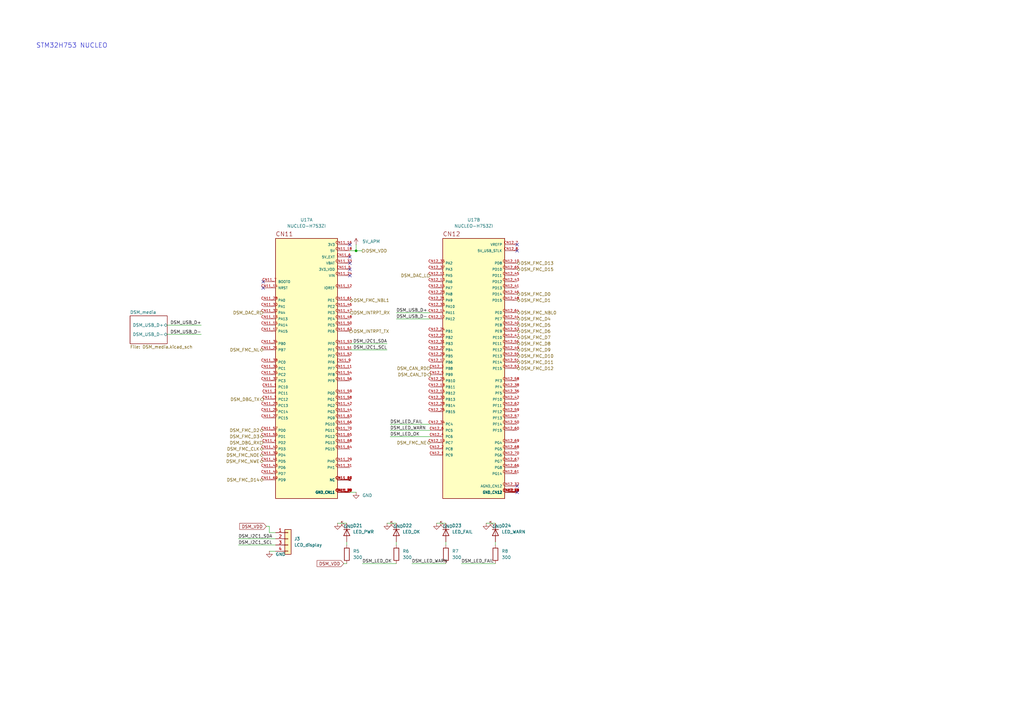
<source format=kicad_sch>
(kicad_sch (version 20250114) (generator "eeschema") (generator_version "9.0")
  (paper "A3")
  (title_block (date "2025-06") (rev "2"))
  (lib_symbols
    (symbol "Connector_Generic:Conn_01x04" (pin_names (offset 1.016) (hide yes))
      (property "Reference" "J" (at 0 5.08 0))
      (property "Value" "Conn_01x04" (at 0 -7.62 0))
      (symbol "Conn_01x04_1_1"
        (rectangle (start -1.27 3.81) (end 1.27 -6.35) (stroke (width 0.254)) (fill (type background)))
        (rectangle (start -1.27 2.667) (end 0 2.413) (stroke (width 0.1524)))
        (rectangle (start -1.27 0.127) (end 0 -0.127) (stroke (width 0.1524)))
        (rectangle (start -1.27 -2.413) (end 0 -2.667) (stroke (width 0.1524)))
        (rectangle (start -1.27 -4.953) (end 0 -5.207) (stroke (width 0.1524)))
        (pin passive line (at -5.08 2.54 0) (length 3.81) (name "Pin_1") (number "1"))
        (pin passive line (at -5.08 0 0) (length 3.81) (name "Pin_2") (number "2"))
        (pin passive line (at -5.08 -2.54 0) (length 3.81) (name "Pin_3") (number "3"))
        (pin passive line (at -5.08 -5.08 0) (length 3.81) (name "Pin_4") (number "4"))
      )
    )
    (symbol "Device:LED" (pin_numbers (hide yes)) (pin_names (offset 1.016) (hide yes))
      (property "Reference" "D" (at 0 2.54 0))
      (property "Value" "LED" (at 0 -2.54 0))
      (symbol "LED_0_1"
        (polyline (pts (xy -3.048 -0.762) (xy -4.572 -2.286) (xy -3.81 -2.286) (xy -4.572 -2.286) (xy -4.572 -1.524)))
        (polyline (pts (xy -1.778 -0.762) (xy -3.302 -2.286) (xy -2.54 -2.286) (xy -3.302 -2.286) (xy -3.302 -1.524)))
        (polyline (pts (xy -1.27 0) (xy 1.27 0)))
        (polyline (pts (xy -1.27 -1.27) (xy -1.27 1.27)) (stroke (width 0.254)))
        (polyline (pts (xy 1.27 -1.27) (xy 1.27 1.27) (xy -1.27 0) (xy 1.27 -1.27)) (stroke (width 0.254)))
      )
      (symbol "LED_1_1"
        (pin passive line (at -3.81 0 0) (length 2.54) (name "K") (number "1"))
        (pin passive line (at 3.81 0 180) (length 2.54) (name "A") (number "2"))
      )
    )
    (symbol "Device:R" (pin_numbers (hide yes)) (pin_names (offset 0))
      (property "Reference" "R" (at 2.032 0 90))
      (property "Value" "R" (at 0 0 90))
      (symbol "R_0_1"
        (rectangle (start -1.016 -2.54) (end 1.016 2.54) (stroke (width 0.254)))
      )
      (symbol "R_1_1"
        (pin passive line (at 0 3.81 270) (length 1.27) (name "~") (number "1"))
        (pin passive line (at 0 -3.81 90) (length 1.27) (name "~") (number "2"))
      )
    )
    (symbol "NUCLEO-H753ZI:NUCLEO-H753ZI" (pin_names (offset 1.016))
      (property "Reference" "U" (at -12.7 57.15 0))
      (property "Value" "NUCLEO-H753ZI" (at -12.7 -54.61 0))
      (symbol "NUCLEO-H753ZI_1_0"
        (rectangle (start -12.7 -53.34) (end 12.7 53.34) (stroke (width 0.254)) (fill (type background)))
        (text "CN11" (at -12.7 54.102 0) (effects (font (size 1.778 1.778)) (justify left bottom)))
        (pin input line (at -17.78 35.56 0) (length 5.08) (name "BOOT0") (number "CN11_7"))
        (pin input line (at -17.78 33.02 0) (length 5.08) (name "NRST") (number "CN11_14"))
        (pin bidirectional line (at -17.78 27.94 0) (length 5.08) (name "PA0") (number "CN11_28"))
        (pin bidirectional line (at -17.78 25.4 0) (length 5.08) (name "PA1") (number "CN11_30"))
        (pin bidirectional line (at -17.78 22.86 0) (length 5.08) (name "PA4") (number "CN11_32"))
        (pin bidirectional line (at -17.78 20.32 0) (length 5.08) (name "PA13") (number "CN11_13"))
        (pin bidirectional line (at -17.78 17.78 0) (length 5.08) (name "PA14") (number "CN11_15"))
        (pin bidirectional line (at -17.78 15.24 0) (length 5.08) (name "PA15") (number "CN11_17"))
        (pin bidirectional line (at -17.78 10.16 0) (length 5.08) (name "PB0") (number "CN11_34"))
        (pin bidirectional line (at -17.78 7.62 0) (length 5.08) (name "PB7") (number "CN11_21"))
        (pin bidirectional line (at -17.78 2.54 0) (length 5.08) (name "PC0") (number "CN11_38"))
        (pin bidirectional line (at -17.78 0 0) (length 5.08) (name "PC1") (number "CN11_36"))
        (pin bidirectional line (at -17.78 -2.54 0) (length 5.08) (name "PC2") (number "CN11_35"))
        (pin bidirectional line (at -17.78 -5.08 0) (length 5.08) (name "PC3") (number "CN11_37"))
        (pin bidirectional line (at -17.78 -7.62 0) (length 5.08) (name "PC10") (number "CN11_1"))
        (pin bidirectional line (at -17.78 -10.16 0) (length 5.08) (name "PC11") (number "CN11_2"))
        (pin bidirectional line (at -17.78 -12.7 0) (length 5.08) (name "PC12") (number "CN11_3"))
        (pin bidirectional line (at -17.78 -15.24 0) (length 5.08) (name "PC13") (number "CN11_23"))
        (pin bidirectional line (at -17.78 -17.78 0) (length 5.08) (name "PC14") (number "CN11_25"))
        (pin bidirectional line (at -17.78 -20.32 0) (length 5.08) (name "PC15") (number "CN11_27"))
        (pin bidirectional line (at -17.78 -25.4 0) (length 5.08) (name "PD0") (number "CN11_57"))
        (pin bidirectional line (at -17.78 -27.94 0) (length 5.08) (name "PD1") (number "CN11_55"))
        (pin bidirectional line (at -17.78 -30.48 0) (length 5.08) (name "PD2") (number "CN11_4"))
        (pin bidirectional line (at -17.78 -33.02 0) (length 5.08) (name "PD3") (number "CN11_40"))
        (pin bidirectional line (at -17.78 -35.56 0) (length 5.08) (name "PD4") (number "CN11_39"))
        (pin bidirectional line (at -17.78 -38.1 0) (length 5.08) (name "PD5") (number "CN11_41"))
        (pin bidirectional line (at -17.78 -40.64 0) (length 5.08) (name "PD6") (number "CN11_43"))
        (pin bidirectional line (at -17.78 -43.18 0) (length 5.08) (name "PD7") (number "CN11_45"))
        (pin bidirectional line (at -17.78 -45.72 0) (length 5.08) (name "PD9") (number "CN11_69"))
        (pin power_in line (at 17.78 50.8 180) (length 5.08) (name "3V3") (number "CN11_16"))
        (pin power_in line (at 17.78 48.26 180) (length 5.08) (name "5V") (number "CN11_18"))
        (pin power_in line (at 17.78 45.72 180) (length 5.08) (name "5V_EXT") (number "CN11_6"))
        (pin power_in line (at 17.78 43.18 180) (length 5.08) (name "VBAT") (number "CN11_33"))
        (pin power_in line (at 17.78 40.64 180) (length 5.08) (name "3V3_VDD") (number "CN11_5"))
        (pin power_in line (at 17.78 38.1 180) (length 5.08) (name "VIN") (number "CN11_24"))
        (pin bidirectional line (at 17.78 33.02 180) (length 5.08) (name "IOREF") (number "CN11_12"))
        (pin bidirectional line (at 17.78 27.94 180) (length 5.08) (name "PE1") (number "CN11_61"))
        (pin bidirectional line (at 17.78 25.4 180) (length 5.08) (name "PE2") (number "CN11_46"))
        (pin bidirectional line (at 17.78 22.86 180) (length 5.08) (name "PE3") (number "CN11_47"))
        (pin bidirectional line (at 17.78 20.32 180) (length 5.08) (name "PE4") (number "CN11_48"))
        (pin bidirectional line (at 17.78 17.78 180) (length 5.08) (name "PE5") (number "CN11_50"))
        (pin bidirectional line (at 17.78 15.24 180) (length 5.08) (name "PE6") (number "CN11_62"))
        (pin bidirectional line (at 17.78 10.16 180) (length 5.08) (name "PF0") (number "CN11_53"))
        (pin bidirectional line (at 17.78 7.62 180) (length 5.08) (name "PF1") (number "CN11_51"))
        (pin bidirectional line (at 17.78 5.08 180) (length 5.08) (name "PF2") (number "CN11_52"))
        (pin bidirectional line (at 17.78 2.54 180) (length 5.08) (name "PF6") (number "CN11_9"))
        (pin bidirectional line (at 17.78 0 180) (length 5.08) (name "PF7") (number "CN11_11"))
        (pin bidirectional line (at 17.78 -2.54 180) (length 5.08) (name "PF8") (number "CN11_54"))
        (pin bidirectional line (at 17.78 -5.08 180) (length 5.08) (name "PF9") (number "CN11_56"))
        (pin bidirectional line (at 17.78 -10.16 180) (length 5.08) (name "PG0") (number "CN11_59"))
        (pin bidirectional line (at 17.78 -12.7 180) (length 5.08) (name "PG1") (number "CN11_58"))
        (pin bidirectional line (at 17.78 -15.24 180) (length 5.08) (name "PG2") (number "CN11_42"))
        (pin bidirectional line (at 17.78 -17.78 180) (length 5.08) (name "PG3") (number "CN11_44"))
        (pin bidirectional line (at 17.78 -20.32 180) (length 5.08) (name "PG9") (number "CN11_63"))
        (pin bidirectional line (at 17.78 -22.86 180) (length 5.08) (name "PG10") (number "CN11_66"))
        (pin bidirectional line (at 17.78 -25.4 180) (length 5.08) (name "PG11") (number "CN11_70"))
        (pin bidirectional line (at 17.78 -27.94 180) (length 5.08) (name "PG12") (number "CN11_65"))
        (pin bidirectional line (at 17.78 -30.48 180) (length 5.08) (name "PG13") (number "CN11_68"))
        (pin bidirectional line (at 17.78 -33.02 180) (length 5.08) (name "PG15") (number "CN11_64"))
        (pin bidirectional line (at 17.78 -38.1 180) (length 5.08) (name "PH0") (number "CN11_29"))
        (pin bidirectional line (at 17.78 -40.64 180) (length 5.08) (name "PH1") (number "CN11_31"))
        (pin no_connect line (at 17.78 -45.72 180) (length 5.08) (name "NC") (number "CN11_10"))
        (pin no_connect line (at 17.78 -45.72 180) (length 5.08) (name "NC") (number "CN11_26"))
        (pin no_connect line (at 17.78 -45.72 180) (length 5.08) (name "NC") (number "CN11_67"))
        (pin power_in line (at 17.78 -50.8 180) (length 5.08) (name "GND_CN11") (number "CN11_19"))
        (pin power_in line (at 17.78 -50.8 180) (length 5.08) (name "GND_CN11") (number "CN11_20"))
        (pin power_in line (at 17.78 -50.8 180) (length 5.08) (name "GND_CN11") (number "CN11_22"))
        (pin power_in line (at 17.78 -50.8 180) (length 5.08) (name "GND_CN11") (number "CN11_49"))
        (pin power_in line (at 17.78 -50.8 180) (length 5.08) (name "GND_CN11") (number "CN11_60"))
        (pin power_in line (at 17.78 -50.8 180) (length 5.08) (name "GND_CN11") (number "CN11_71"))
        (pin power_in line (at 17.78 -50.8 180) (length 5.08) (name "GND_CN11") (number "CN11_72"))
        (pin power_in line (at 17.78 -50.8 180) (length 5.08) (name "GND_CN11") (number "CN11_8"))
      )
      (symbol "NUCLEO-H753ZI_2_0"
        (rectangle (start -12.7 -53.34) (end 12.7 53.34) (stroke (width 0.254)) (fill (type background)))
        (text "CN12" (at -12.7 54.102 0) (effects (font (size 1.778 1.778)) (justify left bottom)))
        (pin bidirectional line (at -17.78 43.18 0) (length 5.08) (name "PA2") (number "CN12_35"))
        (pin bidirectional line (at -17.78 40.64 0) (length 5.08) (name "PA3") (number "CN12_37"))
        (pin bidirectional line (at -17.78 38.1 0) (length 5.08) (name "PA5") (number "CN12_11"))
        (pin bidirectional line (at -17.78 35.56 0) (length 5.08) (name "PA6") (number "CN12_13"))
        (pin bidirectional line (at -17.78 33.02 0) (length 5.08) (name "PA7") (number "CN12_15"))
        (pin bidirectional line (at -17.78 30.48 0) (length 5.08) (name "PA8") (number "CN12_23"))
        (pin bidirectional line (at -17.78 27.94 0) (length 5.08) (name "PA9") (number "CN12_21"))
        (pin bidirectional line (at -17.78 25.4 0) (length 5.08) (name "PA10") (number "CN12_33"))
        (pin bidirectional line (at -17.78 22.86 0) (length 5.08) (name "PA11") (number "CN12_14"))
        (pin bidirectional line (at -17.78 20.32 0) (length 5.08) (name "PA12") (number "CN12_12"))
        (pin bidirectional line (at -17.78 15.24 0) (length 5.08) (name "PB1") (number "CN12_24"))
        (pin bidirectional line (at -17.78 12.7 0) (length 5.08) (name "PB2") (number "CN12_22"))
        (pin bidirectional line (at -17.78 10.16 0) (length 5.08) (name "PB3") (number "CN12_31"))
        (pin bidirectional line (at -17.78 7.62 0) (length 5.08) (name "PB4") (number "CN12_27"))
        (pin bidirectional line (at -17.78 5.08 0) (length 5.08) (name "PB5") (number "CN12_29"))
        (pin bidirectional line (at -17.78 2.54 0) (length 5.08) (name "PB6") (number "CN12_17"))
        (pin bidirectional line (at -17.78 0 0) (length 5.08) (name "PB8") (number "CN12_3"))
        (pin bidirectional line (at -17.78 -2.54 0) (length 5.08) (name "PB9") (number "CN12_5"))
        (pin bidirectional line (at -17.78 -5.08 0) (length 5.08) (name "PB10") (number "CN12_25"))
        (pin bidirectional line (at -17.78 -7.62 0) (length 5.08) (name "PB11") (number "CN12_18"))
        (pin bidirectional line (at -17.78 -10.16 0) (length 5.08) (name "PB12") (number "CN12_16"))
        (pin bidirectional line (at -17.78 -12.7 0) (length 5.08) (name "PB13") (number "CN12_30"))
        (pin bidirectional line (at -17.78 -15.24 0) (length 5.08) (name "PB14") (number "CN12_28"))
        (pin bidirectional line (at -17.78 -17.78 0) (length 5.08) (name "PB15") (number "CN12_26"))
        (pin bidirectional line (at -17.78 -22.86 0) (length 5.08) (name "PC4") (number "CN12_34"))
        (pin bidirectional line (at -17.78 -25.4 0) (length 5.08) (name "PC5") (number "CN12_6"))
        (pin bidirectional line (at -17.78 -27.94 0) (length 5.08) (name "PC6") (number "CN12_4"))
        (pin bidirectional line (at -17.78 -30.48 0) (length 5.08) (name "PC7") (number "CN12_19"))
        (pin bidirectional line (at -17.78 -33.02 0) (length 5.08) (name "PC8") (number "CN12_2"))
        (pin bidirectional line (at -17.78 -35.56 0) (length 5.08) (name "PC9") (number "CN12_1"))
        (pin power_in line (at 17.78 50.8 180) (length 5.08) (name "VREFP") (number "CN12_7"))
        (pin power_in line (at 17.78 48.26 180) (length 5.08) (name "5V_USB_STLK") (number "CN12_8"))
        (pin bidirectional line (at 17.78 43.18 180) (length 5.08) (name "PD8") (number "CN12_10"))
        (pin bidirectional line (at 17.78 40.64 180) (length 5.08) (name "PD10") (number "CN12_65"))
        (pin bidirectional line (at 17.78 38.1 180) (length 5.08) (name "PD11") (number "CN12_45"))
        (pin bidirectional line (at 17.78 35.56 180) (length 5.08) (name "PD12") (number "CN12_43"))
        (pin bidirectional line (at 17.78 33.02 180) (length 5.08) (name "PD13") (number "CN12_41"))
        (pin bidirectional line (at 17.78 30.48 180) (length 5.08) (name "PD14") (number "CN12_46"))
        (pin bidirectional line (at 17.78 27.94 180) (length 5.08) (name "PD15") (number "CN12_48"))
        (pin bidirectional line (at 17.78 22.86 180) (length 5.08) (name "PE0") (number "CN12_64"))
        (pin bidirectional line (at 17.78 20.32 180) (length 5.08) (name "PE7") (number "CN12_44"))
        (pin bidirectional line (at 17.78 17.78 180) (length 5.08) (name "PE8") (number "CN12_40"))
        (pin bidirectional line (at 17.78 15.24 180) (length 5.08) (name "PE9") (number "CN12_52"))
        (pin bidirectional line (at 17.78 12.7 180) (length 5.08) (name "PE10") (number "CN12_47"))
        (pin bidirectional line (at 17.78 10.16 180) (length 5.08) (name "PE11") (number "CN12_56"))
        (pin bidirectional line (at 17.78 7.62 180) (length 5.08) (name "PE12") (number "CN12_49"))
        (pin bidirectional line (at 17.78 5.08 180) (length 5.08) (name "PE13") (number "CN12_55"))
        (pin bidirectional line (at 17.78 2.54 180) (length 5.08) (name "PE14") (number "CN12_51"))
        (pin bidirectional line (at 17.78 0 180) (length 5.08) (name "PE15") (number "CN12_53"))
        (pin bidirectional line (at 17.78 -5.08 180) (length 5.08) (name "PF3") (number "CN12_58"))
        (pin bidirectional line (at 17.78 -7.62 180) (length 5.08) (name "PF4") (number "CN12_38"))
        (pin bidirectional line (at 17.78 -10.16 180) (length 5.08) (name "PF5") (number "CN12_36"))
        (pin bidirectional line (at 17.78 -12.7 180) (length 5.08) (name "PF10") (number "CN12_42"))
        (pin bidirectional line (at 17.78 -15.24 180) (length 5.08) (name "PF11") (number "CN12_62"))
        (pin bidirectional line (at 17.78 -17.78 180) (length 5.08) (name "PF12") (number "CN12_59"))
        (pin bidirectional line (at 17.78 -20.32 180) (length 5.08) (name "PF13") (number "CN12_57"))
        (pin bidirectional line (at 17.78 -22.86 180) (length 5.08) (name "PF14") (number "CN12_50"))
        (pin bidirectional line (at 17.78 -25.4 180) (length 5.08) (name "PF15") (number "CN12_60"))
        (pin bidirectional line (at 17.78 -30.48 180) (length 5.08) (name "PG4") (number "CN12_69"))
        (pin bidirectional line (at 17.78 -33.02 180) (length 5.08) (name "PG5") (number "CN12_68"))
        (pin bidirectional line (at 17.78 -35.56 180) (length 5.08) (name "PG6") (number "CN12_70"))
        (pin bidirectional line (at 17.78 -38.1 180) (length 5.08) (name "PG7") (number "CN12_67"))
        (pin bidirectional line (at 17.78 -40.64 180) (length 5.08) (name "PG8") (number "CN12_66"))
        (pin bidirectional line (at 17.78 -43.18 180) (length 5.08) (name "PG14") (number "CN12_61"))
        (pin power_in line (at 17.78 -48.26 180) (length 5.08) (name "AGND_CN12") (number "CN12_32"))
        (pin power_in line (at 17.78 -50.8 180) (length 5.08) (name "GND_CN12") (number "CN12_20"))
        (pin power_in line (at 17.78 -50.8 180) (length 5.08) (name "GND_CN12") (number "CN12_39"))
        (pin power_in line (at 17.78 -50.8 180) (length 5.08) (name "GND_CN12") (number "CN12_54"))
        (pin power_in line (at 17.78 -50.8 180) (length 5.08) (name "GND_CN12") (number "CN12_63"))
        (pin power_in line (at 17.78 -50.8 180) (length 5.08) (name "GND_CN12") (number "CN12_71"))
        (pin power_in line (at 17.78 -50.8 180) (length 5.08) (name "GND_CN12") (number "CN12_72"))
        (pin power_in line (at 17.78 -50.8 180) (length 5.08) (name "GND_CN12") (number "CN12_9"))
      )
      (symbol "NUCLEO-H753ZI_3_0"
        (rectangle (start -27.94 -20.32) (end 27.94 20.32) (stroke (width 0.254)) (fill (type background)))
        (text "CN8" (at -27.94 21.082 0) (effects (font (size 1.778 1.778)) (justify left bottom)))
        (pin input line (at -33.02 7.62 0) (length 5.08) (name "NRST_CN8") (number "CN8_5"))
        (pin bidirectional line (at -33.02 2.54 0) (length 5.08) (name "D43/SDMMC_D0") (number "CN8_2"))
        (pin bidirectional line (at -33.02 0 0) (length 5.08) (name "D44/SDMMC_D1/I2S_A_CKIN") (number "CN8_4"))
        (pin bidirectional line (at -33.02 -2.54 0) (length 5.08) (name "D45/SDMMC_D2") (number "CN8_6"))
        (pin bidirectional line (at -33.02 -5.08 0) (length 5.08) (name "D46/SDMMC_D3") (number "CN8_8"))
        (pin bidirectional line (at -33.02 -7.62 0) (length 5.08) (name "D47/SDMMC_CK") (number "CN8_10"))
        (pin bidirectional line (at -33.02 -10.16 0) (length 5.08) (name "D48/SDMMC_CMD") (number "CN8_12"))
        (pin no_connect line (at -33.02 -15.24 0) (length 5.08) (name "NC_CN8") (number "CN8_1"))
        (pin power_in line (at 33.02 17.78 180) (length 5.08) (name "VIN_CN8") (number "CN8_15"))
        (pin power_in line (at 33.02 15.24 180) (length 5.08) (name "5V_CN8") (number "CN8_9"))
        (pin power_in line (at 33.02 12.7 180) (length 5.08) (name "3V3_CN8") (number "CN8_7"))
        (pin bidirectional line (at 33.02 7.62 180) (length 5.08) (name "IOREF_CN8") (number "CN8_3"))
        (pin bidirectional line (at 33.02 0 180) (length 5.08) (name "D50/IO") (number "CN8_16"))
        (pin bidirectional line (at 33.02 -2.54 180) (length 5.08) (name "D49/IO") (number "CN8_14"))
        (pin power_in line (at 33.02 -17.78 180) (length 5.08) (name "GND_CN8") (number "CN8_11"))
        (pin power_in line (at 33.02 -17.78 180) (length 5.08) (name "GND_CN8") (number "CN8_13"))
      )
      (symbol "NUCLEO-H753ZI_4_0"
        (rectangle (start -27.94 -25.4) (end 27.94 25.4) (stroke (width 0.254)) (fill (type background)))
        (text "CN9" (at -27.94 26.162 0) (effects (font (size 1.778 1.778)) (justify left bottom)))
        (pin input line (at -33.02 22.86 0) (length 5.08) (name "A0/ADC12_INP15") (number "CN9_1"))
        (pin input line (at -33.02 20.32 0) (length 5.08) (name "A1/ADC123_INP10") (number "CN9_3"))
        (pin input line (at -33.02 17.78 0) (length 5.08) (name "A2/ADC12_INP13") (number "CN9_5"))
        (pin input line (at -33.02 15.24 0) (length 5.08) (name "A3/ADC12_INP5") (number "CN9_7"))
        (pin input line (at -33.02 12.7 0) (length 5.08) (name "A4/ADC123_INP12/I2C1_SDA") (number "CN9_9"))
        (pin input line (at -33.02 10.16 0) (length 5.08) (name "A5/ADC3_INP6/I2C1_SCL") (number "CN9_11"))
        (pin bidirectional line (at -33.02 5.08 0) (length 5.08) (name "D51/USART_B_SCLK") (number "CN9_2"))
        (pin bidirectional line (at -33.02 2.54 0) (length 5.08) (name "D52/USART_B_RX") (number "CN9_4"))
        (pin bidirectional line (at -33.02 0 0) (length 5.08) (name "D53/USART_B_TX") (number "CN9_6"))
        (pin bidirectional line (at -33.02 -2.54 0) (length 5.08) (name "D54/USART_B_RTS") (number "CN9_8"))
        (pin bidirectional line (at -33.02 -5.08 0) (length 5.08) (name "D55/USART_B_CTS") (number "CN9_10"))
        (pin bidirectional line (at -33.02 -10.16 0) (length 5.08) (name "D56/SAI_A_MCLK") (number "CN9_14"))
        (pin bidirectional line (at -33.02 -12.7 0) (length 5.08) (name "D57/SAI_A_FS") (number "CN9_16"))
        (pin bidirectional line (at -33.02 -15.24 0) (length 5.08) (name "D58/SAI_A_SCK") (number "CN9_18"))
        (pin bidirectional line (at -33.02 -17.78 0) (length 5.08) (name "D59/SAI_A_SD") (number "CN9_20"))
        (pin bidirectional line (at 33.02 22.86 180) (length 5.08) (name "D68/I2C_B_SDA") (number "CN9_21"))
        (pin bidirectional line (at 33.02 20.32 180) (length 5.08) (name "D69/I2C_B_SCL") (number "CN9_19"))
        (pin bidirectional line (at 33.02 17.78 180) (length 5.08) (name "D70/I2C_B_SMBA") (number "CN9_17"))
        (pin output line (at 33.02 12.7 180) (length 5.08) (name "D66/CAN_TX") (number "CN9_27"))
        (pin input line (at 33.02 10.16 180) (length 5.08) (name "D67/CAN_RX") (number "CN9_25"))
        (pin bidirectional line (at 33.02 5.08 180) (length 5.08) (name "D64/IO") (number "CN9_30"))
        (pin bidirectional line (at 33.02 2.54 180) (length 5.08) (name "D65/IO") (number "CN9_29"))
        (pin bidirectional line (at 33.02 -2.54 180) (length 5.08) (name "D71/COMP2_INP") (number "CN9_15"))
        (pin bidirectional line (at 33.02 -5.08 180) (length 5.08) (name "D72/COMP1_INP") (number "CN9_13"))
        (pin bidirectional line (at 33.02 -10.16 180) (length 5.08) (name "D62/SAI_B_MCLK") (number "CN9_26"))
        (pin bidirectional line (at 33.02 -12.7 180) (length 5.08) (name "D63/SAI_B_FS") (number "CN9_28"))
        (pin bidirectional line (at 33.02 -15.24 180) (length 5.08) (name "D61/SAI_B_SCK") (number "CN9_24"))
        (pin bidirectional line (at 33.02 -17.78 180) (length 5.08) (name "D60/SAI_B_SD") (number "CN9_22"))
        (pin power_in line (at 33.02 -22.86 180) (length 5.08) (name "GND_CN9") (number "CN9_12"))
        (pin power_in line (at 33.02 -22.86 180) (length 5.08) (name "GND_CN9") (number "CN9_23"))
      )
      (symbol "NUCLEO-H753ZI_5_0"
        (rectangle (start -33.02 -20.32) (end 33.02 20.32) (stroke (width 0.254)) (fill (type background)))
        (text "CN7" (at -33.02 21.082 0) (effects (font (size 1.778 1.778)) (justify left bottom)))
        (pin bidirectional line (at -38.1 12.7 0) (length 5.08) (name "D8/IO") (number "CN7_20"))
        (pin bidirectional line (at -38.1 10.16 0) (length 5.08) (name "D9/TIMER_B_PWM2") (number "CN7_18"))
        (pin bidirectional line (at -38.1 2.54 0) (length 5.08) (name "D10/SPI_A_CS/TIM_B_PWM3") (number "CN7_16"))
        (pin bidirectional line (at -38.1 0 0) (length 5.08) (name "D11/SPI_A_MOSI/TIM_E_PWM1") (number "CN7_14"))
        (pin bidirectional line (at -38.1 -2.54 0) (length 5.08) (name "D12/SPI_A_MISO") (number "CN7_12"))
        (pin bidirectional line (at -38.1 -5.08 0) (length 5.08) (name "D13/SPI_A_SCK") (number "CN7_10"))
        (pin bidirectional line (at -38.1 -7.62 0) (length 5.08) (name "D14/I2C_A_SDA") (number "CN7_4"))
        (pin bidirectional line (at -38.1 -10.16 0) (length 5.08) (name "D15/I2C_A_SCL") (number "CN7_2"))
        (pin bidirectional line (at -38.1 -12.7 0) (length 5.08) (name "D16/I2S_A_MCK") (number "CN7_1"))
        (pin power_in line (at 38.1 17.78 180) (length 5.08) (name "VREFP_CN7") (number "CN7_6"))
        (pin bidirectional line (at 38.1 12.7 180) (length 5.08) (name "D25/SPI_B_MISO") (number "CN7_19"))
        (pin bidirectional line (at 38.1 10.16 180) (length 5.08) (name "D24/SPI_B_NSS") (number "CN7_17"))
        (pin bidirectional line (at 38.1 7.62 180) (length 5.08) (name "D23/I2S_B_CK/SPI_B_SCK") (number "CN7_15"))
        (pin bidirectional line (at 38.1 5.08 180) (length 5.08) (name "D22/I2S_B_SD/SPI_B_MOSI") (number "CN7_13"))
        (pin bidirectional line (at 38.1 0 180) (length 5.08) (name "D21/I2S_B_MCK") (number "CN7_11"))
        (pin bidirectional line (at 38.1 -2.54 180) (length 5.08) (name "D20/I2S_B_WS") (number "CN7_9"))
        (pin bidirectional line (at 38.1 -7.62 180) (length 5.08) (name "D19/I2S_A_WS") (number "CN7_7"))
        (pin bidirectional line (at 38.1 -10.16 180) (length 5.08) (name "D18/I2S_A_CK") (number "CN7_5"))
        (pin bidirectional line (at 38.1 -12.7 180) (length 5.08) (name "D17/I2S_A_SD") (number "CN7_3"))
        (pin power_in line (at 38.1 -17.78 180) (length 5.08) (name "GND_CN7") (number "CN7_8"))
      )
      (symbol "NUCLEO-H753ZI_6_0"
        (rectangle (start -27.94 -30.48) (end 27.94 30.48) (stroke (width 0.254)) (fill (type background)))
        (text "CN10" (at -27.94 31.242 0) (effects (font (size 1.778 1.778)) (justify left bottom)))
        (pin input line (at -33.02 22.86 0) (length 5.08) (name "A6/ADC_A_IN") (number "CN10_7"))
        (pin input line (at -33.02 20.32 0) (length 5.08) (name "A7/ADC_B_IN") (number "CN10_9"))
        (pin input line (at -33.02 17.78 0) (length 5.08) (name "A8/ADC_C_IN") (number "CN10_11"))
        (pin input line (at -33.02 12.7 0) (length 5.08) (name "D0/USART_A_RX") (number "CN10_16"))
        (pin output line (at -33.02 10.16 0) (length 5.08) (name "D1/USART_A_TX") (number "CN10_14"))
        (pin bidirectional line (at -33.02 5.08 0) (length 5.08) (name "D6/TIMER_A_PWM1") (number "CN10_4"))
        (pin bidirectional line (at -33.02 2.54 0) (length 5.08) (name "D5/TIMER_A_PWM2") (number "CN10_6"))
        (pin bidirectional line (at -33.02 0 0) (length 5.08) (name "D3/TIMER_A_PWM3") (number "CN10_10"))
        (pin bidirectional line (at -33.02 -5.08 0) (length 5.08) (name "D37/TIMER_A_BKIN1") (number "CN10_30"))
        (pin bidirectional line (at -33.02 -7.62 0) (length 5.08) (name "D38/TIMER_A_BKIN2") (number "CN10_28"))
        (pin bidirectional line (at -33.02 -10.16 0) (length 5.08) (name "D39/TIMER_A_PWM3N") (number "CN10_26"))
        (pin bidirectional line (at -33.02 -12.7 0) (length 5.08) (name "D40/TIMER_A_PWM2N") (number "CN10_24"))
        (pin bidirectional line (at -33.02 -15.24 0) (length 5.08) (name "D41/TIMER_A_ETR") (number "CN10_20"))
        (pin bidirectional line (at -33.02 -17.78 0) (length 5.08) (name "D42/TIMER_A_PWM1N") (number "CN10_18"))
        (pin power_in line (at 33.02 27.94 180) (length 5.08) (name "AVDD") (number "CN10_1"))
        (pin bidirectional line (at 33.02 22.86 180) (length 5.08) (name "D34/TIMER_B_ETR") (number "CN10_33"))
        (pin bidirectional line (at 33.02 17.78 180) (length 5.08) (name "D32/TIMER_C_PWM1") (number "CN10_29"))
        (pin bidirectional line (at 33.02 15.24 180) (length 5.08) (name "D36/TIMER_C_PWM2") (number "CN10_32"))
        (pin bidirectional line (at 33.02 12.7 180) (length 5.08) (name "D35/TIMER_C_PWM3") (number "CN10_34"))
        (pin bidirectional line (at 33.02 7.62 180) (length 5.08) (name "D33/TIMER_D_PWM1") (number "CN10_31"))
        (pin bidirectional line (at 33.02 2.54 180) (length 5.08) (name "D2/IO") (number "CN10_12"))
        (pin bidirectional line (at 33.02 0 180) (length 5.08) (name "D4/IO") (number "CN10_8"))
        (pin bidirectional line (at 33.02 -2.54 180) (length 5.08) (name "D7/IO") (number "CN10_2"))
        (pin bidirectional line (at 33.02 -7.62 180) (length 5.08) (name "D26/QSPI_CS") (number "CN10_13"))
        (pin bidirectional line (at 33.02 -10.16 180) (length 5.08) (name "D27/QSPI_CLK") (number "CN10_15"))
        (pin bidirectional line (at 33.02 -12.7 180) (length 5.08) (name "D30/QSPI_BK1_IO0") (number "CN10_23"))
        (pin bidirectional line (at 33.02 -15.24 180) (length 5.08) (name "D29/QSPI_BK1_IO1") (number "CN10_21"))
        (pin bidirectional line (at 33.02 -17.78 180) (length 5.08) (name "D31/QSPI_BK1_IO2") (number "CN10_25"))
        (pin bidirectional line (at 33.02 -20.32 180) (length 5.08) (name "D28/QSPI_BK1_IO3") (number "CN10_19"))
        (pin power_in line (at 33.02 -25.4 180) (length 5.08) (name "AGND_CN10") (number "CN10_3"))
        (pin power_in line (at 33.02 -27.94 180) (length 5.08) (name "GND_CN10") (number "CN10_17"))
        (pin power_in line (at 33.02 -27.94 180) (length 5.08) (name "GND_CN10") (number "CN10_22"))
        (pin power_in line (at 33.02 -27.94 180) (length 5.08) (name "GND_CN10") (number "CN10_27"))
        (pin power_in line (at 33.02 -27.94 180) (length 5.08) (name "GND_CN10") (number "CN10_5"))
      )
    )
    (symbol "power:+5V" (power) (pin_numbers (hide yes)) (pin_names (offset 0) (hide yes))
      (property "Value" "+5V" (at 0 3.556 0))
      (symbol "+5V_0_1"
        (polyline (pts (xy -0.762 1.27) (xy 0 2.54)))
        (polyline (pts (xy 0 2.54) (xy 0.762 1.27)))
        (polyline (pts (xy 0 0) (xy 0 2.54)))
      )
      (symbol "+5V_1_1"
        (pin power_in line (at 0 0 90) (length 0) (name "~") (number "1"))
      )
    )
    (symbol "power:GND" (power) (pin_numbers (hide yes)) (pin_names (offset 0) (hide yes))
      (property "Value" "GND" (at 0 -3.81 0))
      (symbol "GND_0_1"
        (polyline (pts (xy 0 0) (xy 0 -1.27) (xy 1.27 -1.27) (xy 0 -2.54) (xy -1.27 -1.27) (xy 0 -1.27)))
      )
      (symbol "GND_1_1"
        (pin power_in line (at 0 0 270) (length 0) (name "~") (number "1"))
      )
    )
  )
  (text "STM32H753 NUCLEO" (at 29.464 18.796 0) (effects (font (size 1.905 1.905))))
  (junction (at 146.05 102.87))
  (no_connect (at 143.51 107.95))
  (no_connect (at 212.09 100.33))
  (no_connect (at 107.95 118.11))
  (no_connect (at 212.09 201.93))
  (no_connect (at 143.51 110.49))
  (no_connect (at 212.09 199.39))
  (no_connect (at 143.51 105.41))
  (no_connect (at 212.09 102.87))
  (no_connect (at 107.95 115.57))
  (no_connect (at 143.51 113.03))
  (no_connect (at 143.51 100.33))
  (wire (pts (xy 110.49 218.44) (xy 113.03 218.44)))
  (wire (pts (xy 182.88 222.25) (xy 182.88 223.52)))
  (wire (pts (xy 162.56 130.81) (xy 176.53 130.81)))
  (wire (pts (xy 199.39 214.63) (xy 203.2 214.63)))
  (wire (pts (xy 179.07 214.63) (xy 182.88 214.63)))
  (wire (pts (xy 140.97 231.14) (xy 142.24 231.14)))
  (wire (pts (xy 146.05 100.33) (xy 146.05 102.87)))
  (wire (pts (xy 109.22 215.9) (xy 110.49 215.9)))
  (wire (pts (xy 110.49 226.06) (xy 113.03 226.06)))
  (wire (pts (xy 168.91 231.14) (xy 182.88 231.14)))
  (wire (pts (xy 97.79 223.52) (xy 113.03 223.52)))
  (wire (pts (xy 158.75 143.51) (xy 143.51 143.51)))
  (wire (pts (xy 82.55 133.35) (xy 68.58 133.35)))
  (wire (pts (xy 146.05 102.87) (xy 143.51 102.87)))
  (wire (pts (xy 146.05 102.87) (xy 148.59 102.87)))
  (wire (pts (xy 143.51 201.93) (xy 146.05 201.93)))
  (wire (pts (xy 160.02 179.07) (xy 176.53 179.07)))
  (wire (pts (xy 148.59 231.14) (xy 162.56 231.14)))
  (wire (pts (xy 160.02 173.99) (xy 176.53 173.99)))
  (wire (pts (xy 162.56 222.25) (xy 162.56 223.52)))
  (wire (pts (xy 160.02 176.53) (xy 176.53 176.53)))
  (wire (pts (xy 110.49 215.9) (xy 110.49 218.44)))
  (wire (pts (xy 189.23 231.14) (xy 203.2 231.14)))
  (wire (pts (xy 82.55 137.16) (xy 68.58 137.16)))
  (wire (pts (xy 97.79 220.98) (xy 113.03 220.98)))
  (wire (pts (xy 203.2 222.25) (xy 203.2 223.52)))
  (wire (pts (xy 138.43 214.63) (xy 142.24 214.63)))
  (wire (pts (xy 158.75 214.63) (xy 162.56 214.63)))
  (wire (pts (xy 142.24 222.25) (xy 142.24 223.52)))
  (wire (pts (xy 162.56 128.27) (xy 176.53 128.27)))
  (wire (pts (xy 158.75 140.97) (xy 143.51 140.97)))
  (label "DSM_I2C1_SCL" (at 97.79 223.52 0))
  (label "DSM_USB_D+" (at 82.55 133.35 180))
  (label "DSM_LED_OK" (at 148.59 231.14 0))
  (label "DSM_I2C1_SCL" (at 158.75 143.51 180))
  (label "DSM_LED_FAIL" (at 160.02 173.99 0))
  (label "DSM_USB_D+" (at 162.56 128.27 0))
  (label "DSM_LED_OK" (at 160.02 179.07 0))
  (label "DSM_LED_WARN" (at 160.02 176.53 0))
  (label "DSM_LED_WARN" (at 168.91 231.14 0))
  (label "DSM_I2C1_SDA" (at 97.79 220.98 0))
  (label "DSM_USB_D-" (at 162.56 130.81 0))
  (label "DSM_USB_D-" (at 82.55 137.16 180))
  (label "DSM_LED_FAIL" (at 189.23 231.14 0))
  (label "DSM_I2C1_SDA" (at 158.75 140.97 180))
  (global_label "DSM_VDD" (shape input) (at 140.97 231.14 180) (property "Intersheetrefs" "${INTERSHEET_REFS}" (effects (hide yes))))
  (global_label "DSM_VDD" (shape input) (at 109.22 215.9 180) (property "Intersheetrefs" "${INTERSHEET_REFS}" (effects (hide yes))))
  (hierarchical_label "DSM_FMC_CLK" (shape bidirectional) (at 107.95 184.15 180))
  (hierarchical_label "DSM_FMC_NBL1" (shape bidirectional) (at 143.51 123.19 0))
  (hierarchical_label "DSM_INTRPT_RX" (shape input) (at 143.51 128.27 0))
  (hierarchical_label "DSM_FMC_D10" (shape bidirectional) (at 212.09 146.05 0))
  (hierarchical_label "DSM_FMC_D0" (shape bidirectional) (at 212.09 120.65 0))
  (hierarchical_label "DSM_FMC_NL" (shape bidirectional) (at 107.95 143.51 180))
  (hierarchical_label "DSM_CAN_RD" (shape input) (at 176.53 151.13 180))
  (hierarchical_label "DSM_DBG_TX" (shape output) (at 107.95 163.83 180))
  (hierarchical_label "DSM_FMC_NBL0" (shape bidirectional) (at 212.09 128.27 0))
  (hierarchical_label "DSM_FMC_D3" (shape bidirectional) (at 107.95 179.07 180))
  (hierarchical_label "DSM_INTRPT_TX" (shape output) (at 143.51 135.89 0))
  (hierarchical_label "DSM_FMC_D6" (shape bidirectional) (at 212.09 135.89 0))
  (hierarchical_label "DSM_FMC_NE" (shape bidirectional) (at 176.53 181.61 180))
  (hierarchical_label "DSM_FMC_D14" (shape bidirectional) (at 107.95 196.85 180))
  (hierarchical_label "DSM_FMC_NWE" (shape bidirectional) (at 107.95 189.23 180))
  (hierarchical_label "DSM_FMC_NOE" (shape bidirectional) (at 107.95 186.69 180))
  (hierarchical_label "DSM_FMC_D7" (shape bidirectional) (at 212.09 138.43 0))
  (hierarchical_label "DSM_FMC_D1" (shape bidirectional) (at 212.09 123.19 0))
  (hierarchical_label "DSM_FMC_D15" (shape bidirectional) (at 212.09 110.49 0))
  (hierarchical_label "DSM_FMC_D4" (shape bidirectional) (at 212.09 130.81 0))
  (hierarchical_label "DSM_DAC_R" (shape input) (at 107.95 128.27 180))
  (hierarchical_label "DSM_FMC_D5" (shape bidirectional) (at 212.09 133.35 0))
  (hierarchical_label "DSM_CAN_TD" (shape output) (at 176.53 153.67 180))
  (hierarchical_label "DSM_DAC_L" (shape input) (at 176.53 113.03 180))
  (hierarchical_label "DSM_FMC_D11" (shape bidirectional) (at 212.09 148.59 0))
  (hierarchical_label "DSM_FMC_D13" (shape bidirectional) (at 212.09 107.95 0))
  (hierarchical_label "DSM_DBG_RX" (shape input) (at 107.95 181.61 180))
  (hierarchical_label "DSM_FMC_D12" (shape bidirectional) (at 212.09 151.13 0))
  (hierarchical_label "DSM_VDD" (shape output) (at 148.59 102.87 0))
  (hierarchical_label "DSM_FMC_D9" (shape bidirectional) (at 212.09 143.51 0))
  (hierarchical_label "DSM_FMC_D2" (shape bidirectional) (at 107.95 176.53 180))
  (hierarchical_label "DSM_FMC_D8" (shape bidirectional) (at 212.09 140.97 0))
  (symbol (lib_id "power:GND") (at 146.05 201.93 0) (unit 1)
    (property "Reference" "#PWR0103" (effects (hide yes)))
    (property "Value" "GND" (at 148.59 203.1999 0) (effects (justify left)))
    (property "Description" "Power symbol creates a global label with name \"GND\" , ground" (effects (hide yes)))
  )
  (symbol (lib_id "Device:R") (at 142.24 227.33 0) (unit 1)
    (property "Reference" "R5" (at 144.78 226.0599 0) (effects (justify left)))
    (property "Value" "300" (at 144.78 228.5999 0) (effects (justify left)))
    (property "Footprint" "Resistor_SMD:R_0805_2012Metric_Pad1.20x1.40mm_HandSolder" (effects (hide yes)))
    (property "Description" "Resistor" (effects (hide yes)))
    (property "DigiKey_Part_Number" "311-10.0KCRCT-ND" (effects (hide yes)))
    (property "Price" "0.0129" (effects (hide yes)))
  )
  (symbol (lib_id "Device:R") (at 162.56 227.33 0) (unit 1)
    (property "Reference" "R6" (at 165.1 226.0599 0) (effects (justify left)))
    (property "Value" "300" (at 165.1 228.5999 0) (effects (justify left)))
    (property "Footprint" "Resistor_SMD:R_0805_2012Metric_Pad1.20x1.40mm_HandSolder" (effects (hide yes)))
    (property "Description" "Resistor" (effects (hide yes)))
    (property "DigiKey_Part_Number" "311-10.0KCRCT-ND" (effects (hide yes)))
    (property "Price" "0.0129" (effects (hide yes)))
  )
  (symbol (lib_id "Connector_Generic:Conn_01x04") (at 118.11 220.98 0) (unit 1)
    (property "Reference" "J3" (at 120.65 220.9799 0) (effects (justify left)))
    (property "Value" "LCD_display" (at 120.65 223.5199 0) (effects (justify left)))
    (property "Footprint" "Connector_PinHeader_1.00mm:PinHeader_1x04_P1.00mm_Horizontal" (effects (hide yes)))
    (property "Description" "Generic connector, single row, 01x04, script generated (kicad-library-utils/schlib/autogen/connector/)" (effects (hide yes)))
  )
  (symbol (lib_id "Device:LED") (at 203.2 218.44 270) (unit 1)
    (property "Reference" "D24" (at 205.74 215.5824 90) (effects (justify left)))
    (property "Value" "LED_WARN" (at 205.74 218.1224 90) (effects (justify left)))
    (property "Footprint" "LED_SMD:LED_0603_1608Metric" (effects (hide yes)))
    (property "Description" "Light emitting diode" (effects (hide yes)))
    (property "Sim.Pins" "1=K 2=A" (effects (hide yes)))
  )
  (symbol (lib_id "Device:R") (at 203.2 227.33 0) (unit 1)
    (property "Reference" "R8" (at 205.74 226.0599 0) (effects (justify left)))
    (property "Value" "300" (at 205.74 228.5999 0) (effects (justify left)))
    (property "Footprint" "Resistor_SMD:R_0805_2012Metric_Pad1.20x1.40mm_HandSolder" (effects (hide yes)))
    (property "Description" "Resistor" (effects (hide yes)))
    (property "DigiKey_Part_Number" "311-10.0KCRCT-ND" (effects (hide yes)))
    (property "Price" "0.0129" (effects (hide yes)))
  )
  (symbol (lib_id "power:GND") (at 179.07 214.63 0) (unit 1)
    (property "Reference" "#PWR096" (effects (hide yes)))
    (property "Value" "GND" (at 181.61 215.8999 0) (effects (justify left)))
    (property "Description" "Power symbol creates a global label with name \"GND\" , ground" (effects (hide yes)))
  )
  (symbol (lib_id "NUCLEO-H753ZI:NUCLEO-H753ZI") (at 125.73 151.13 0) (unit 1)
    (property "Reference" "U17" (at 125.73 90.17 0))
    (property "Value" "NUCLEO-H753ZI" (at 125.73 92.71 0))
    (property "Footprint" "NUCLEO-H753ZI:MODULE_NUCLEO-H753ZI" (effects (hide yes)))
    (property "MF" "STMicroelectronics" (effects (hide yes)))
    (property "Description_1" "STM32H753ZI Nucleo-144 STM32H7 ARM® Cortex®-M7 MCU 32-Bit Embedded Evaluation Board" (effects (hide yes)))
    (property "Package" "None" (effects (hide yes)))
    (property "Price" "None" (effects (hide yes)))
    (property "Check_prices" "https://www.snapeda.com/parts/NUCLEO-H753ZI/STMicroelectronics/view-part/?ref=eda" (effects (hide yes)))
    (property "STANDARD" "Manufacturer Recommendations" (effects (hide yes)))
    (property "PARTREV" "Rev. 2" (effects (hide yes)))
    (property "SnapEDA_Link" "https://www.snapeda.com/parts/NUCLEO-H753ZI/STMicroelectronics/view-part/?ref=snap" (effects (hide yes)))
    (property "MP" "NUCLEO-H753ZI" (effects (hide yes)))
    (property "Availability" "In Stock" (effects (hide yes)))
    (property "MANUFACTURER" "STMicroelectronics" (effects (hide yes)))
  )
  (symbol (lib_id "NUCLEO-H753ZI:NUCLEO-H753ZI") (at 194.31 151.13 0) (unit 2)
    (property "Reference" "U17" (at 194.31 90.17 0))
    (property "Value" "NUCLEO-H753ZI" (at 194.31 92.71 0))
    (property "Footprint" "NUCLEO-H753ZI:MODULE_NUCLEO-H753ZI" (effects (hide yes)))
    (property "MF" "STMicroelectronics" (effects (hide yes)))
    (property "Description_1" "STM32H753ZI Nucleo-144 STM32H7 ARM® Cortex®-M7 MCU 32-Bit Embedded Evaluation Board" (effects (hide yes)))
    (property "Package" "None" (effects (hide yes)))
    (property "Price" "None" (effects (hide yes)))
    (property "Check_prices" "https://www.snapeda.com/parts/NUCLEO-H753ZI/STMicroelectronics/view-part/?ref=eda" (effects (hide yes)))
    (property "STANDARD" "Manufacturer Recommendations" (effects (hide yes)))
    (property "PARTREV" "Rev. 2" (effects (hide yes)))
    (property "SnapEDA_Link" "https://www.snapeda.com/parts/NUCLEO-H753ZI/STMicroelectronics/view-part/?ref=snap" (effects (hide yes)))
    (property "MP" "NUCLEO-H753ZI" (effects (hide yes)))
    (property "Availability" "In Stock" (effects (hide yes)))
    (property "MANUFACTURER" "STMicroelectronics" (effects (hide yes)))
  )
  (symbol (lib_id "Device:LED") (at 142.24 218.44 270) (unit 1)
    (property "Reference" "D21" (at 144.78 215.5824 90) (effects (justify left)))
    (property "Value" "LED_PWR" (at 144.78 218.1224 90) (effects (justify left)))
    (property "Footprint" "LED_SMD:LED_0603_1608Metric" (effects (hide yes)))
    (property "Description" "Light emitting diode" (effects (hide yes)))
    (property "Sim.Pins" "1=K 2=A" (effects (hide yes)))
  )
  (symbol (lib_id "power:GND") (at 158.75 214.63 0) (unit 1)
    (property "Reference" "#PWR028" (effects (hide yes)))
    (property "Value" "GND" (at 161.29 215.8999 0) (effects (justify left)))
    (property "Description" "Power symbol creates a global label with name \"GND\" , ground" (effects (hide yes)))
  )
  (symbol (lib_id "Device:R") (at 182.88 227.33 0) (unit 1)
    (property "Reference" "R7" (at 185.42 226.0599 0) (effects (justify left)))
    (property "Value" "300" (at 185.42 228.5999 0) (effects (justify left)))
    (property "Footprint" "Resistor_SMD:R_0805_2012Metric_Pad1.20x1.40mm_HandSolder" (effects (hide yes)))
    (property "Description" "Resistor" (effects (hide yes)))
    (property "DigiKey_Part_Number" "311-10.0KCRCT-ND" (effects (hide yes)))
    (property "Price" "0.0129" (effects (hide yes)))
  )
  (symbol (lib_id "Device:LED") (at 162.56 218.44 270) (unit 1)
    (property "Reference" "D22" (at 165.1 215.5824 90) (effects (justify left)))
    (property "Value" "LED_OK" (at 165.1 218.1224 90) (effects (justify left)))
    (property "Footprint" "LED_SMD:LED_0603_1608Metric" (effects (hide yes)))
    (property "Description" "Light emitting diode" (effects (hide yes)))
    (property "Sim.Pins" "1=K 2=A" (effects (hide yes)))
  )
  (symbol (lib_id "power:+5V") (at 146.05 100.33 0) (unit 1)
    (property "Reference" "#PWR0102" (effects (hide yes)))
    (property "Value" "5V_APM" (at 148.59 99.0599 0) (effects (justify left)))
    (property "Description" "Power symbol creates a global label with name \"+5V\"" (effects (hide yes)))
  )
  (symbol (lib_id "power:GND") (at 199.39 214.63 0) (unit 1)
    (property "Reference" "#PWR097" (effects (hide yes)))
    (property "Value" "GND" (at 201.93 215.8999 0) (effects (justify left)))
    (property "Description" "Power symbol creates a global label with name \"GND\" , ground" (effects (hide yes)))
  )
  (symbol (lib_id "power:GND") (at 138.43 214.63 0) (unit 1)
    (property "Reference" "#PWR022" (effects (hide yes)))
    (property "Value" "GND" (at 140.97 215.8999 0) (effects (justify left)))
    (property "Description" "Power symbol creates a global label with name \"GND\" , ground" (effects (hide yes)))
  )
  (symbol (lib_id "Device:LED") (at 182.88 218.44 270) (unit 1)
    (property "Reference" "D23" (at 185.42 215.5824 90) (effects (justify left)))
    (property "Value" "LED_FAIL" (at 185.42 218.1224 90) (effects (justify left)))
    (property "Footprint" "LED_SMD:LED_0603_1608Metric" (effects (hide yes)))
    (property "Description" "Light emitting diode" (effects (hide yes)))
    (property "Sim.Pins" "1=K 2=A" (effects (hide yes)))
  )
  (symbol (lib_id "power:GND") (at 110.49 226.06 0) (unit 1)
    (property "Reference" "#PWR099" (effects (hide yes)))
    (property "Value" "GND" (at 113.03 227.3299 0) (effects (justify left)))
    (property "Description" "Power symbol creates a global label with name \"GND\" , ground" (effects (hide yes)))
  )
  (sheet (at 53.34 129.54) (size 15.24 11.43) (stroke (width 0.1524))
    (property "Sheetname" "DSM_media" (at 53.34 128.8284 0) (effects (justify left bottom)))
    (property "Sheetfile" "DSM_media.kicad_sch" (at 53.34 141.5546 0) (effects (justify left top)))
    (pin "DSM_USB_D-" bidirectional (at 68.58 137.16 0))
    (pin "DSM_USB_D+" bidirectional (at 68.58 133.35 0))
  )
)
</source>
